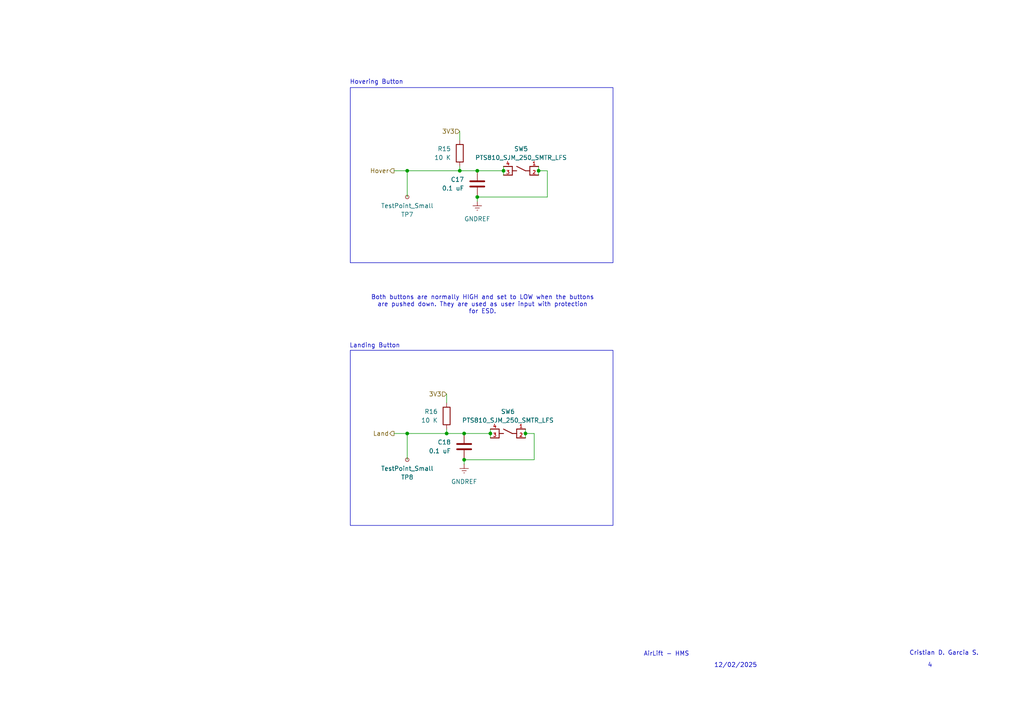
<source format=kicad_sch>
(kicad_sch
	(version 20250114)
	(generator "eeschema")
	(generator_version "9.0")
	(uuid "80d56138-cfac-4ed6-b9ec-0dd83b75c30a")
	(paper "A4")
	(lib_symbols
		(symbol "HMS_SSymbols_Library:C"
			(pin_numbers
				(hide yes)
			)
			(pin_names
				(offset 0.254)
			)
			(exclude_from_sim no)
			(in_bom yes)
			(on_board yes)
			(property "Reference" "C"
				(at 0.635 2.54 0)
				(effects
					(font
						(size 1.27 1.27)
					)
					(justify left)
				)
			)
			(property "Value" "C"
				(at 0.635 -2.54 0)
				(effects
					(font
						(size 1.27 1.27)
					)
					(justify left)
				)
			)
			(property "Footprint" ""
				(at 0.9652 -3.81 0)
				(effects
					(font
						(size 1.27 1.27)
					)
					(hide yes)
				)
			)
			(property "Datasheet" "~"
				(at 0 0 0)
				(effects
					(font
						(size 1.27 1.27)
					)
					(hide yes)
				)
			)
			(property "Description" "Unpolarized capacitor"
				(at 0 0 0)
				(effects
					(font
						(size 1.27 1.27)
					)
					(hide yes)
				)
			)
			(property "ki_keywords" "cap capacitor"
				(at 0 0 0)
				(effects
					(font
						(size 1.27 1.27)
					)
					(hide yes)
				)
			)
			(property "ki_fp_filters" "C_*"
				(at 0 0 0)
				(effects
					(font
						(size 1.27 1.27)
					)
					(hide yes)
				)
			)
			(symbol "C_0_1"
				(polyline
					(pts
						(xy -2.032 0.762) (xy 2.032 0.762)
					)
					(stroke
						(width 0.508)
						(type default)
					)
					(fill
						(type none)
					)
				)
				(polyline
					(pts
						(xy -2.032 -0.762) (xy 2.032 -0.762)
					)
					(stroke
						(width 0.508)
						(type default)
					)
					(fill
						(type none)
					)
				)
			)
			(symbol "C_1_1"
				(pin passive line
					(at 0 3.81 270)
					(length 2.794)
					(name "~"
						(effects
							(font
								(size 1.27 1.27)
							)
						)
					)
					(number "1"
						(effects
							(font
								(size 1.27 1.27)
							)
						)
					)
				)
				(pin passive line
					(at 0 -3.81 90)
					(length 2.794)
					(name "~"
						(effects
							(font
								(size 1.27 1.27)
							)
						)
					)
					(number "2"
						(effects
							(font
								(size 1.27 1.27)
							)
						)
					)
				)
			)
			(embedded_fonts no)
		)
		(symbol "HMS_SSymbols_Library:GNDREF"
			(power)
			(pin_numbers
				(hide yes)
			)
			(pin_names
				(offset 0)
				(hide yes)
			)
			(exclude_from_sim no)
			(in_bom yes)
			(on_board yes)
			(property "Reference" "#PWR"
				(at 0 -6.35 0)
				(effects
					(font
						(size 1.27 1.27)
					)
					(hide yes)
				)
			)
			(property "Value" "GNDREF"
				(at 0 -3.81 0)
				(effects
					(font
						(size 1.27 1.27)
					)
				)
			)
			(property "Footprint" ""
				(at 0 0 0)
				(effects
					(font
						(size 1.27 1.27)
					)
					(hide yes)
				)
			)
			(property "Datasheet" ""
				(at 0 0 0)
				(effects
					(font
						(size 1.27 1.27)
					)
					(hide yes)
				)
			)
			(property "Description" "Power symbol creates a global label with name \"GNDREF\" , reference supply ground"
				(at 0 0 0)
				(effects
					(font
						(size 1.27 1.27)
					)
					(hide yes)
				)
			)
			(property "ki_keywords" "global power"
				(at 0 0 0)
				(effects
					(font
						(size 1.27 1.27)
					)
					(hide yes)
				)
			)
			(symbol "GNDREF_0_1"
				(polyline
					(pts
						(xy -0.635 -1.905) (xy 0.635 -1.905)
					)
					(stroke
						(width 0)
						(type default)
					)
					(fill
						(type none)
					)
				)
				(polyline
					(pts
						(xy -0.127 -2.54) (xy 0.127 -2.54)
					)
					(stroke
						(width 0)
						(type default)
					)
					(fill
						(type none)
					)
				)
				(polyline
					(pts
						(xy 0 -1.27) (xy 0 0)
					)
					(stroke
						(width 0)
						(type default)
					)
					(fill
						(type none)
					)
				)
				(polyline
					(pts
						(xy 1.27 -1.27) (xy -1.27 -1.27)
					)
					(stroke
						(width 0)
						(type default)
					)
					(fill
						(type none)
					)
				)
			)
			(symbol "GNDREF_1_1"
				(pin power_in line
					(at 0 0 270)
					(length 0)
					(name "~"
						(effects
							(font
								(size 1.27 1.27)
							)
						)
					)
					(number "1"
						(effects
							(font
								(size 1.27 1.27)
							)
						)
					)
				)
			)
			(embedded_fonts no)
		)
		(symbol "HMS_SSymbols_Library:PTS810_SJM_250_SMTR_LFS"
			(pin_names
				(offset 1.016)
			)
			(exclude_from_sim no)
			(in_bom yes)
			(on_board yes)
			(property "Reference" "SW"
				(at -3.81 1.27 0)
				(effects
					(font
						(size 1.27 1.27)
					)
					(justify left bottom)
				)
			)
			(property "Value" "PTS810_SJM_250_SMTR_LFS"
				(at -5.08 -6.35 0)
				(effects
					(font
						(size 1.27 1.27)
					)
					(justify left bottom)
				)
			)
			(property "Footprint" "PTS810_SJM_250_SMTR_LFS:SW_PTS810_SJM_250_SMTR_LFS"
				(at 0 0 0)
				(effects
					(font
						(size 1.27 1.27)
					)
					(justify bottom)
					(hide yes)
				)
			)
			(property "Datasheet" ""
				(at 0 0 0)
				(effects
					(font
						(size 1.27 1.27)
					)
					(hide yes)
				)
			)
			(property "Description" ""
				(at 0 0 0)
				(effects
					(font
						(size 1.27 1.27)
					)
					(hide yes)
				)
			)
			(property "MANUFACTURER" "CnK"
				(at 0 0 0)
				(effects
					(font
						(size 1.27 1.27)
					)
					(justify bottom)
					(hide yes)
				)
			)
			(property "STANDARD" "Manufacturer Recommendations"
				(at 0 0 0)
				(effects
					(font
						(size 1.27 1.27)
					)
					(justify bottom)
					(hide yes)
				)
			)
			(symbol "PTS810_SJM_250_SMTR_LFS_0_0"
				(polyline
					(pts
						(xy -2.54 0) (xy -5.08 0)
					)
					(stroke
						(width 0.254)
						(type default)
					)
					(fill
						(type none)
					)
				)
				(polyline
					(pts
						(xy -2.54 0) (xy -2.54 -2.54)
					)
					(stroke
						(width 0.254)
						(type default)
					)
					(fill
						(type none)
					)
				)
				(polyline
					(pts
						(xy -2.54 -1.27) (xy -1.27 -1.27)
					)
					(stroke
						(width 0.254)
						(type default)
					)
					(fill
						(type none)
					)
				)
				(polyline
					(pts
						(xy -2.54 -2.54) (xy -5.08 -2.54)
					)
					(stroke
						(width 0.254)
						(type default)
					)
					(fill
						(type none)
					)
				)
				(polyline
					(pts
						(xy -1.27 -1.27) (xy 1.27 0)
					)
					(stroke
						(width 0.254)
						(type default)
					)
					(fill
						(type none)
					)
				)
				(polyline
					(pts
						(xy 1.27 -1.27) (xy 2.54 -1.27)
					)
					(stroke
						(width 0.254)
						(type default)
					)
					(fill
						(type none)
					)
				)
				(polyline
					(pts
						(xy 2.54 0) (xy 2.54 -2.54)
					)
					(stroke
						(width 0.254)
						(type default)
					)
					(fill
						(type none)
					)
				)
				(polyline
					(pts
						(xy 2.54 0) (xy 5.08 0)
					)
					(stroke
						(width 0.254)
						(type default)
					)
					(fill
						(type none)
					)
				)
				(polyline
					(pts
						(xy 2.54 -2.54) (xy 5.08 -2.54)
					)
					(stroke
						(width 0.254)
						(type default)
					)
					(fill
						(type none)
					)
				)
				(pin passive line
					(at -5.08 0 0)
					(length 2.54)
					(name "~"
						(effects
							(font
								(size 1.016 1.016)
							)
						)
					)
					(number "1"
						(effects
							(font
								(size 1.016 1.016)
							)
						)
					)
				)
				(pin passive line
					(at -5.08 -2.54 0)
					(length 2.54)
					(name "~"
						(effects
							(font
								(size 1.016 1.016)
							)
						)
					)
					(number "2"
						(effects
							(font
								(size 1.016 1.016)
							)
						)
					)
				)
				(pin passive line
					(at 5.08 0 180)
					(length 2.54)
					(name "~"
						(effects
							(font
								(size 1.016 1.016)
							)
						)
					)
					(number "4"
						(effects
							(font
								(size 1.016 1.016)
							)
						)
					)
				)
				(pin passive line
					(at 5.08 -2.54 180)
					(length 2.54)
					(name "~"
						(effects
							(font
								(size 1.016 1.016)
							)
						)
					)
					(number "3"
						(effects
							(font
								(size 1.016 1.016)
							)
						)
					)
				)
			)
			(embedded_fonts no)
		)
		(symbol "HMS_SSymbols_Library:R"
			(pin_numbers
				(hide yes)
			)
			(pin_names
				(offset 0)
			)
			(exclude_from_sim no)
			(in_bom yes)
			(on_board yes)
			(property "Reference" "R"
				(at 2.032 0 90)
				(effects
					(font
						(size 1.27 1.27)
					)
				)
			)
			(property "Value" "R"
				(at 0 0 90)
				(effects
					(font
						(size 1.27 1.27)
					)
				)
			)
			(property "Footprint" ""
				(at -1.778 0 90)
				(effects
					(font
						(size 1.27 1.27)
					)
					(hide yes)
				)
			)
			(property "Datasheet" "~"
				(at 0 0 0)
				(effects
					(font
						(size 1.27 1.27)
					)
					(hide yes)
				)
			)
			(property "Description" "Resistor"
				(at 0 0 0)
				(effects
					(font
						(size 1.27 1.27)
					)
					(hide yes)
				)
			)
			(property "ki_keywords" "R res resistor"
				(at 0 0 0)
				(effects
					(font
						(size 1.27 1.27)
					)
					(hide yes)
				)
			)
			(property "ki_fp_filters" "R_*"
				(at 0 0 0)
				(effects
					(font
						(size 1.27 1.27)
					)
					(hide yes)
				)
			)
			(symbol "R_0_1"
				(rectangle
					(start -1.016 -2.54)
					(end 1.016 2.54)
					(stroke
						(width 0.254)
						(type default)
					)
					(fill
						(type none)
					)
				)
			)
			(symbol "R_1_1"
				(pin passive line
					(at 0 3.81 270)
					(length 1.27)
					(name "~"
						(effects
							(font
								(size 1.27 1.27)
							)
						)
					)
					(number "1"
						(effects
							(font
								(size 1.27 1.27)
							)
						)
					)
				)
				(pin passive line
					(at 0 -3.81 90)
					(length 1.27)
					(name "~"
						(effects
							(font
								(size 1.27 1.27)
							)
						)
					)
					(number "2"
						(effects
							(font
								(size 1.27 1.27)
							)
						)
					)
				)
			)
			(embedded_fonts no)
		)
		(symbol "HMS_SSymbols_Library:TestPoint_Small"
			(pin_numbers
				(hide yes)
			)
			(pin_names
				(offset 0.762)
				(hide yes)
			)
			(exclude_from_sim no)
			(in_bom yes)
			(on_board yes)
			(property "Reference" "TP"
				(at 0 3.81 0)
				(effects
					(font
						(size 1.27 1.27)
					)
				)
			)
			(property "Value" "TestPoint_Small"
				(at 0 2.032 0)
				(effects
					(font
						(size 1.27 1.27)
					)
				)
			)
			(property "Footprint" ""
				(at 5.08 0 0)
				(effects
					(font
						(size 1.27 1.27)
					)
					(hide yes)
				)
			)
			(property "Datasheet" "~"
				(at 5.08 0 0)
				(effects
					(font
						(size 1.27 1.27)
					)
					(hide yes)
				)
			)
			(property "Description" "test point"
				(at 0 0 0)
				(effects
					(font
						(size 1.27 1.27)
					)
					(hide yes)
				)
			)
			(property "ki_keywords" "test point tp"
				(at 0 0 0)
				(effects
					(font
						(size 1.27 1.27)
					)
					(hide yes)
				)
			)
			(property "ki_fp_filters" "Pin* Test*"
				(at 0 0 0)
				(effects
					(font
						(size 1.27 1.27)
					)
					(hide yes)
				)
			)
			(symbol "TestPoint_Small_0_1"
				(circle
					(center 0 0)
					(radius 0.508)
					(stroke
						(width 0)
						(type default)
					)
					(fill
						(type none)
					)
				)
			)
			(symbol "TestPoint_Small_1_1"
				(pin passive line
					(at 0 0 90)
					(length 0)
					(name "1"
						(effects
							(font
								(size 1.27 1.27)
							)
						)
					)
					(number "1"
						(effects
							(font
								(size 1.27 1.27)
							)
						)
					)
				)
			)
			(embedded_fonts no)
		)
	)
	(rectangle
		(start 101.6 101.6)
		(end 177.8 152.4)
		(stroke
			(width 0)
			(type default)
		)
		(fill
			(type none)
		)
		(uuid 68cc71d0-df4d-4fa0-bb64-f2d3fdb8768b)
	)
	(rectangle
		(start 101.6 25.4)
		(end 177.8 76.2)
		(stroke
			(width 0)
			(type default)
		)
		(fill
			(type none)
		)
		(uuid e11c65a6-9c56-4729-8c94-29f5fb4746a6)
	)
	(text "4"
		(exclude_from_sim no)
		(at 269.748 193.04 0)
		(effects
			(font
				(size 1.27 1.27)
			)
		)
		(uuid "4a972fcc-0b0e-4bff-b611-4a642c673420")
	)
	(text "Both buttons are normally HIGH and set to LOW when the buttons\nare pushed down. They are used as user input with protection\nfor ESD."
		(exclude_from_sim no)
		(at 139.954 88.392 0)
		(effects
			(font
				(size 1.27 1.27)
			)
		)
		(uuid "5a3dcf0d-72cc-4d64-aedb-2be37b4368b7")
	)
	(text "Hovering Button"
		(exclude_from_sim no)
		(at 109.22 23.876 0)
		(effects
			(font
				(size 1.27 1.27)
			)
		)
		(uuid "5eb49d17-b906-44b5-bd7d-35108807177f")
	)
	(text "Cristian D. Garcia S."
		(exclude_from_sim no)
		(at 273.812 189.484 0)
		(effects
			(font
				(size 1.27 1.27)
			)
		)
		(uuid "68a4262e-e555-479e-94b6-da7cb966576e")
	)
	(text "AirLift - HMS"
		(exclude_from_sim no)
		(at 193.294 189.738 0)
		(effects
			(font
				(size 1.27 1.27)
			)
		)
		(uuid "6d751e1c-e373-44eb-89da-fc792ef2652d")
	)
	(text "12/02/2025"
		(exclude_from_sim no)
		(at 213.36 193.04 0)
		(effects
			(font
				(size 1.27 1.27)
			)
		)
		(uuid "991ea6a2-90ac-450a-aefc-621e46d49269")
	)
	(text "Landing Button"
		(exclude_from_sim no)
		(at 108.712 100.33 0)
		(effects
			(font
				(size 1.27 1.27)
			)
		)
		(uuid "ca33e833-94fd-4f92-9515-3aec218abc3b")
	)
	(junction
		(at 129.54 125.73)
		(diameter 0)
		(color 0 0 0 0)
		(uuid "2a543577-9e86-4781-a73e-5218454925ab")
	)
	(junction
		(at 152.4 125.73)
		(diameter 0)
		(color 0 0 0 0)
		(uuid "33596498-dd87-4032-ab77-3a9fcaeb991a")
	)
	(junction
		(at 133.35 49.53)
		(diameter 0)
		(color 0 0 0 0)
		(uuid "34ea1378-1c1a-48f6-8fcc-4930b860f481")
	)
	(junction
		(at 142.24 125.73)
		(diameter 0)
		(color 0 0 0 0)
		(uuid "458ccbc7-f228-49f0-95c3-a2dda99eb5cf")
	)
	(junction
		(at 134.62 125.73)
		(diameter 0)
		(color 0 0 0 0)
		(uuid "4ca2af53-d560-4ca6-9dcd-3648c494ca7f")
	)
	(junction
		(at 138.43 57.15)
		(diameter 0)
		(color 0 0 0 0)
		(uuid "626fb9c8-2c6f-45e6-854f-35290bac429d")
	)
	(junction
		(at 118.11 125.73)
		(diameter 0)
		(color 0 0 0 0)
		(uuid "6b90c744-f8d8-46f2-9c19-75a17189fe30")
	)
	(junction
		(at 156.21 49.53)
		(diameter 0)
		(color 0 0 0 0)
		(uuid "7772a03d-2652-4951-a847-91c4946e3b20")
	)
	(junction
		(at 138.43 49.53)
		(diameter 0)
		(color 0 0 0 0)
		(uuid "798c7c22-3b66-4905-8c06-570a2c96f56c")
	)
	(junction
		(at 146.05 49.53)
		(diameter 0)
		(color 0 0 0 0)
		(uuid "b0fed9db-860b-4858-ba7a-82a2b07d9879")
	)
	(junction
		(at 134.62 133.35)
		(diameter 0)
		(color 0 0 0 0)
		(uuid "c40ba1b3-8d99-4642-84d1-55716efb79dd")
	)
	(junction
		(at 118.11 49.53)
		(diameter 0)
		(color 0 0 0 0)
		(uuid "eb137190-680e-4243-a67d-43a577151953")
	)
	(wire
		(pts
			(xy 146.05 49.53) (xy 146.05 50.8)
		)
		(stroke
			(width 0)
			(type default)
		)
		(uuid "13887e6a-7e28-4c69-8a1b-686731a1bfc3")
	)
	(wire
		(pts
			(xy 138.43 49.53) (xy 133.35 49.53)
		)
		(stroke
			(width 0)
			(type default)
		)
		(uuid "1d809d8b-1d50-4e1b-8bfb-9d5c1d9b1430")
	)
	(wire
		(pts
			(xy 133.35 38.1) (xy 133.35 40.64)
		)
		(stroke
			(width 0)
			(type default)
		)
		(uuid "28f4d81b-b9f1-4d28-ab69-d16f948cbf96")
	)
	(wire
		(pts
			(xy 158.75 49.53) (xy 158.75 57.15)
		)
		(stroke
			(width 0)
			(type default)
		)
		(uuid "2c98681f-6c51-4b37-9ee1-1ce61b821ce0")
	)
	(wire
		(pts
			(xy 133.35 48.26) (xy 133.35 49.53)
		)
		(stroke
			(width 0)
			(type default)
		)
		(uuid "316e4df1-b82b-44d7-847c-afb07867c94a")
	)
	(wire
		(pts
			(xy 146.05 49.53) (xy 138.43 49.53)
		)
		(stroke
			(width 0)
			(type default)
		)
		(uuid "47f29d83-fe9a-47f3-8b11-d923e592b7bb")
	)
	(wire
		(pts
			(xy 152.4 124.46) (xy 152.4 125.73)
		)
		(stroke
			(width 0)
			(type default)
		)
		(uuid "4896faea-6862-4247-84a8-4025c465a8a8")
	)
	(wire
		(pts
			(xy 118.11 49.53) (xy 118.11 57.15)
		)
		(stroke
			(width 0)
			(type default)
		)
		(uuid "4f088566-37bd-4fbd-841b-56c845122198")
	)
	(wire
		(pts
			(xy 118.11 125.73) (xy 114.3 125.73)
		)
		(stroke
			(width 0)
			(type default)
		)
		(uuid "58ad8533-6bd9-4a58-817b-fdf3724c20b4")
	)
	(wire
		(pts
			(xy 129.54 124.46) (xy 129.54 125.73)
		)
		(stroke
			(width 0)
			(type default)
		)
		(uuid "5a5177e6-790c-4718-b9a0-aea5c4d4e991")
	)
	(wire
		(pts
			(xy 152.4 125.73) (xy 152.4 127)
		)
		(stroke
			(width 0)
			(type default)
		)
		(uuid "5ae1a4b2-ac5b-496f-a204-dbc9d5d8f75d")
	)
	(wire
		(pts
			(xy 138.43 57.15) (xy 138.43 58.42)
		)
		(stroke
			(width 0)
			(type default)
		)
		(uuid "5b707a2e-7e2d-4b43-82d5-97ac1beb4bcd")
	)
	(wire
		(pts
			(xy 118.11 125.73) (xy 118.11 133.35)
		)
		(stroke
			(width 0)
			(type default)
		)
		(uuid "6693e39f-529d-470c-be54-97ed063a6fb0")
	)
	(wire
		(pts
			(xy 134.62 133.35) (xy 134.62 134.62)
		)
		(stroke
			(width 0)
			(type default)
		)
		(uuid "7c7a0211-3267-4533-9657-1e5f6e9cb711")
	)
	(wire
		(pts
			(xy 146.05 48.26) (xy 146.05 49.53)
		)
		(stroke
			(width 0)
			(type default)
		)
		(uuid "96312244-14e5-429f-8cda-4db9837b9edb")
	)
	(wire
		(pts
			(xy 129.54 114.3) (xy 129.54 116.84)
		)
		(stroke
			(width 0)
			(type default)
		)
		(uuid "96464989-5685-4bb8-8184-f415e893289d")
	)
	(wire
		(pts
			(xy 158.75 49.53) (xy 156.21 49.53)
		)
		(stroke
			(width 0)
			(type default)
		)
		(uuid "9f7a1fd7-962c-4cdb-b545-b795b3fab801")
	)
	(wire
		(pts
			(xy 142.24 125.73) (xy 142.24 127)
		)
		(stroke
			(width 0)
			(type default)
		)
		(uuid "9ffe7a08-e451-4808-a060-62c58428ee96")
	)
	(wire
		(pts
			(xy 154.94 125.73) (xy 152.4 125.73)
		)
		(stroke
			(width 0)
			(type default)
		)
		(uuid "a923f259-8481-4898-91c9-9dc89f658c28")
	)
	(wire
		(pts
			(xy 154.94 125.73) (xy 154.94 133.35)
		)
		(stroke
			(width 0)
			(type default)
		)
		(uuid "b107e8c3-9840-474d-b983-4ec799476fc6")
	)
	(wire
		(pts
			(xy 142.24 124.46) (xy 142.24 125.73)
		)
		(stroke
			(width 0)
			(type default)
		)
		(uuid "b5e3e9da-d54c-4c65-808a-cfca530e1a78")
	)
	(wire
		(pts
			(xy 134.62 125.73) (xy 129.54 125.73)
		)
		(stroke
			(width 0)
			(type default)
		)
		(uuid "bc4deb46-7e21-4886-a52e-e0c25c8f7c40")
	)
	(wire
		(pts
			(xy 133.35 49.53) (xy 118.11 49.53)
		)
		(stroke
			(width 0)
			(type default)
		)
		(uuid "bfe289e5-d595-4a50-b868-f469a5939c60")
	)
	(wire
		(pts
			(xy 156.21 48.26) (xy 156.21 49.53)
		)
		(stroke
			(width 0)
			(type default)
		)
		(uuid "c51c65a7-cd84-4204-9919-55e3053ff56d")
	)
	(wire
		(pts
			(xy 158.75 57.15) (xy 138.43 57.15)
		)
		(stroke
			(width 0)
			(type default)
		)
		(uuid "c97f717f-d4a8-4487-9199-6acad1c19b3d")
	)
	(wire
		(pts
			(xy 156.21 49.53) (xy 156.21 50.8)
		)
		(stroke
			(width 0)
			(type default)
		)
		(uuid "d57d6ffc-7fff-427c-83c9-e4b2af42c9cc")
	)
	(wire
		(pts
			(xy 118.11 49.53) (xy 114.3 49.53)
		)
		(stroke
			(width 0)
			(type default)
		)
		(uuid "d82a931e-15bd-414f-abf9-e378df3e9afd")
	)
	(wire
		(pts
			(xy 129.54 125.73) (xy 118.11 125.73)
		)
		(stroke
			(width 0)
			(type default)
		)
		(uuid "e5e8a88b-c718-4dfb-97c8-3073a9101f6a")
	)
	(wire
		(pts
			(xy 142.24 125.73) (xy 134.62 125.73)
		)
		(stroke
			(width 0)
			(type default)
		)
		(uuid "eb7ba7f1-ac49-4b61-9884-f5c2577c6941")
	)
	(wire
		(pts
			(xy 154.94 133.35) (xy 134.62 133.35)
		)
		(stroke
			(width 0)
			(type default)
		)
		(uuid "fd0e847a-5fa7-42bb-97e2-05ba0d37fccf")
	)
	(hierarchical_label "3V3"
		(shape input)
		(at 129.54 114.3 180)
		(effects
			(font
				(size 1.27 1.27)
			)
			(justify right)
		)
		(uuid "02b27d30-7e97-4a3c-9a5a-e9a302de6fb2")
	)
	(hierarchical_label "3V3"
		(shape input)
		(at 133.35 38.1 180)
		(effects
			(font
				(size 1.27 1.27)
			)
			(justify right)
		)
		(uuid "78b0dd7c-add0-4b71-a690-56b278f7ff63")
	)
	(hierarchical_label "Hover"
		(shape output)
		(at 114.3 49.53 180)
		(effects
			(font
				(size 1.27 1.27)
			)
			(justify right)
		)
		(uuid "82c60782-1610-444f-9f36-26f331b29614")
	)
	(hierarchical_label "Land"
		(shape output)
		(at 114.3 125.73 180)
		(effects
			(font
				(size 1.27 1.27)
			)
			(justify right)
		)
		(uuid "cdbfcb8e-7638-4441-b38d-adaa7be807a3")
	)
	(symbol
		(lib_id "HMS_SSymbols_Library:TestPoint_Small")
		(at 118.11 133.35 270)
		(unit 1)
		(exclude_from_sim no)
		(in_bom yes)
		(on_board yes)
		(dnp no)
		(uuid "0f9feb53-28fe-4ab5-baf0-ac1fdc93ed2d")
		(property "Reference" "TP8"
			(at 118.11 138.43 90)
			(effects
				(font
					(size 1.27 1.27)
				)
			)
		)
		(property "Value" "TestPoint_Small"
			(at 118.11 135.89 90)
			(effects
				(font
					(size 1.27 1.27)
				)
			)
		)
		(property "Footprint" "LibraryHMS_FSymbols_Library:TestPoint_Pad_D1.0mm"
			(at 118.11 138.43 0)
			(effects
				(font
					(size 1.27 1.27)
				)
				(hide yes)
			)
		)
		(property "Datasheet" "~"
			(at 118.11 138.43 0)
			(effects
				(font
					(size 1.27 1.27)
				)
				(hide yes)
			)
		)
		(property "Description" "test point"
			(at 118.11 133.35 0)
			(effects
				(font
					(size 1.27 1.27)
				)
				(hide yes)
			)
		)
		(pin "1"
			(uuid "0109bb63-568d-4fb6-9fdb-8f84fe5615f2")
		)
		(instances
			(project "HMS"
				(path "/f58d4a15-dad3-4b2d-a625-0883ffa8695e/f5f5fd36-fa51-4a5c-b77b-ae5755a93441"
					(reference "TP8")
					(unit 1)
				)
			)
		)
	)
	(symbol
		(lib_id "HMS_SSymbols_Library:TestPoint_Small")
		(at 118.11 57.15 270)
		(unit 1)
		(exclude_from_sim no)
		(in_bom yes)
		(on_board yes)
		(dnp no)
		(uuid "6489def4-c68c-4988-8cb4-6d73d1d50c04")
		(property "Reference" "TP7"
			(at 118.11 62.23 90)
			(effects
				(font
					(size 1.27 1.27)
				)
			)
		)
		(property "Value" "TestPoint_Small"
			(at 118.11 59.69 90)
			(effects
				(font
					(size 1.27 1.27)
				)
			)
		)
		(property "Footprint" "LibraryHMS_FSymbols_Library:TestPoint_Pad_D1.0mm"
			(at 118.11 62.23 0)
			(effects
				(font
					(size 1.27 1.27)
				)
				(hide yes)
			)
		)
		(property "Datasheet" "~"
			(at 118.11 62.23 0)
			(effects
				(font
					(size 1.27 1.27)
				)
				(hide yes)
			)
		)
		(property "Description" "test point"
			(at 118.11 57.15 0)
			(effects
				(font
					(size 1.27 1.27)
				)
				(hide yes)
			)
		)
		(pin "1"
			(uuid "b6664610-3c72-43dc-9dab-5d9ed3cd01b5")
		)
		(instances
			(project "HMS"
				(path "/f58d4a15-dad3-4b2d-a625-0883ffa8695e/f5f5fd36-fa51-4a5c-b77b-ae5755a93441"
					(reference "TP7")
					(unit 1)
				)
			)
		)
	)
	(symbol
		(lib_id "HMS_SSymbols_Library:PTS810_SJM_250_SMTR_LFS")
		(at 151.13 48.26 0)
		(mirror y)
		(unit 1)
		(exclude_from_sim no)
		(in_bom yes)
		(on_board yes)
		(dnp no)
		(fields_autoplaced yes)
		(uuid "6f917cc6-4c33-42b4-9da2-9d48ad8b8f67")
		(property "Reference" "SW5"
			(at 151.13 43.18 0)
			(effects
				(font
					(size 1.27 1.27)
				)
			)
		)
		(property "Value" "PTS810_SJM_250_SMTR_LFS"
			(at 151.13 45.72 0)
			(effects
				(font
					(size 1.27 1.27)
				)
			)
		)
		(property "Footprint" "LibraryHMS_FSymbols_Library:SW_PTS810_SJM_250_SMTR_LFS"
			(at 151.13 48.26 0)
			(effects
				(font
					(size 1.27 1.27)
				)
				(justify bottom)
				(hide yes)
			)
		)
		(property "Datasheet" ""
			(at 151.13 48.26 0)
			(effects
				(font
					(size 1.27 1.27)
				)
				(hide yes)
			)
		)
		(property "Description" ""
			(at 151.13 48.26 0)
			(effects
				(font
					(size 1.27 1.27)
				)
				(hide yes)
			)
		)
		(property "MANUFACTURER" "CnK"
			(at 151.13 48.26 0)
			(effects
				(font
					(size 1.27 1.27)
				)
				(justify bottom)
				(hide yes)
			)
		)
		(property "STANDARD" "Manufacturer Recommendations"
			(at 151.13 48.26 0)
			(effects
				(font
					(size 1.27 1.27)
				)
				(justify bottom)
				(hide yes)
			)
		)
		(property "MFR" "C&K"
			(at 151.13 48.26 0)
			(effects
				(font
					(size 1.27 1.27)
				)
				(hide yes)
			)
		)
		(property "MPN" "PTS810SJS250SMTR LFS"
			(at 151.13 48.26 0)
			(effects
				(font
					(size 1.27 1.27)
				)
				(hide yes)
			)
		)
		(pin "1"
			(uuid "35249e66-fea1-45f0-9831-fcecc7c0ce08")
		)
		(pin "2"
			(uuid "44d9c9b8-e82a-4427-9233-2df4979e3f96")
		)
		(pin "3"
			(uuid "9fa8a645-9128-4682-aecd-c27bec615714")
		)
		(pin "4"
			(uuid "d207955f-83b1-456c-8cb5-f6b765fe088e")
		)
		(instances
			(project "HMS"
				(path "/f58d4a15-dad3-4b2d-a625-0883ffa8695e/f5f5fd36-fa51-4a5c-b77b-ae5755a93441"
					(reference "SW5")
					(unit 1)
				)
			)
		)
	)
	(symbol
		(lib_id "HMS_SSymbols_Library:PTS810_SJM_250_SMTR_LFS")
		(at 147.32 124.46 0)
		(mirror y)
		(unit 1)
		(exclude_from_sim no)
		(in_bom yes)
		(on_board yes)
		(dnp no)
		(fields_autoplaced yes)
		(uuid "7e03a977-1160-4ef1-8477-d95daa8c0faf")
		(property "Reference" "SW6"
			(at 147.32 119.38 0)
			(effects
				(font
					(size 1.27 1.27)
				)
			)
		)
		(property "Value" "PTS810_SJM_250_SMTR_LFS"
			(at 147.32 121.92 0)
			(effects
				(font
					(size 1.27 1.27)
				)
			)
		)
		(property "Footprint" "LibraryHMS_FSymbols_Library:SW_PTS810_SJM_250_SMTR_LFS"
			(at 147.32 124.46 0)
			(effects
				(font
					(size 1.27 1.27)
				)
				(justify bottom)
				(hide yes)
			)
		)
		(property "Datasheet" ""
			(at 147.32 124.46 0)
			(effects
				(font
					(size 1.27 1.27)
				)
				(hide yes)
			)
		)
		(property "Description" ""
			(at 147.32 124.46 0)
			(effects
				(font
					(size 1.27 1.27)
				)
				(hide yes)
			)
		)
		(property "MANUFACTURER" "CnK"
			(at 147.32 124.46 0)
			(effects
				(font
					(size 1.27 1.27)
				)
				(justify bottom)
				(hide yes)
			)
		)
		(property "STANDARD" "Manufacturer Recommendations"
			(at 147.32 124.46 0)
			(effects
				(font
					(size 1.27 1.27)
				)
				(justify bottom)
				(hide yes)
			)
		)
		(property "MFR" "C&K"
			(at 147.32 124.46 0)
			(effects
				(font
					(size 1.27 1.27)
				)
				(hide yes)
			)
		)
		(property "MPN" "PTS810SJS250SMTR LFS"
			(at 147.32 124.46 0)
			(effects
				(font
					(size 1.27 1.27)
				)
				(hide yes)
			)
		)
		(pin "1"
			(uuid "acc474a8-ddc7-4f41-b550-621c59d3a5b3")
		)
		(pin "2"
			(uuid "a91581e0-196d-44f2-89e7-7952bf062743")
		)
		(pin "3"
			(uuid "4442ca01-19bf-4eba-a2ab-99258b83628d")
		)
		(pin "4"
			(uuid "7376df72-f62f-4c09-a04f-8bad8b0e9798")
		)
		(instances
			(project "HMS"
				(path "/f58d4a15-dad3-4b2d-a625-0883ffa8695e/f5f5fd36-fa51-4a5c-b77b-ae5755a93441"
					(reference "SW6")
					(unit 1)
				)
			)
		)
	)
	(symbol
		(lib_id "HMS_SSymbols_Library:R")
		(at 133.35 44.45 0)
		(mirror y)
		(unit 1)
		(exclude_from_sim no)
		(in_bom yes)
		(on_board yes)
		(dnp no)
		(uuid "96daa77e-85e1-442e-aba6-e92d0ef5acd8")
		(property "Reference" "R15"
			(at 130.81 43.1799 0)
			(effects
				(font
					(size 1.27 1.27)
				)
				(justify left)
			)
		)
		(property "Value" "10 K"
			(at 130.81 45.7199 0)
			(effects
				(font
					(size 1.27 1.27)
				)
				(justify left)
			)
		)
		(property "Footprint" "LibraryHMS_FSymbols_Library:R_0805_2012Metric_Pad1.20x1.40mm_HandSolder"
			(at 135.128 44.45 90)
			(effects
				(font
					(size 1.27 1.27)
				)
				(hide yes)
			)
		)
		(property "Datasheet" "~"
			(at 133.35 44.45 0)
			(effects
				(font
					(size 1.27 1.27)
				)
				(hide yes)
			)
		)
		(property "Description" "Resistor"
			(at 133.35 44.45 0)
			(effects
				(font
					(size 1.27 1.27)
				)
				(hide yes)
			)
		)
		(property "MFR" "Susumu"
			(at 133.35 44.45 0)
			(effects
				(font
					(size 1.27 1.27)
				)
				(hide yes)
			)
		)
		(property "MPN" "RR1220P-103-D"
			(at 133.35 44.45 0)
			(effects
				(font
					(size 1.27 1.27)
				)
				(hide yes)
			)
		)
		(pin "1"
			(uuid "9a0af6d1-1eaf-49ae-bac4-2265bffd794f")
		)
		(pin "2"
			(uuid "c9e1cdfb-b607-4fc9-a80b-6b79e0289aa9")
		)
		(instances
			(project "HMS"
				(path "/f58d4a15-dad3-4b2d-a625-0883ffa8695e/f5f5fd36-fa51-4a5c-b77b-ae5755a93441"
					(reference "R15")
					(unit 1)
				)
			)
		)
	)
	(symbol
		(lib_id "HMS_SSymbols_Library:GNDREF")
		(at 134.62 134.62 0)
		(mirror y)
		(unit 1)
		(exclude_from_sim no)
		(in_bom yes)
		(on_board yes)
		(dnp no)
		(fields_autoplaced yes)
		(uuid "9f742a1a-464a-479c-bddf-9c88fda02954")
		(property "Reference" "#PWR08"
			(at 134.62 140.97 0)
			(effects
				(font
					(size 1.27 1.27)
				)
				(hide yes)
			)
		)
		(property "Value" "GNDREF"
			(at 134.62 139.7 0)
			(effects
				(font
					(size 1.27 1.27)
				)
			)
		)
		(property "Footprint" ""
			(at 134.62 134.62 0)
			(effects
				(font
					(size 1.27 1.27)
				)
				(hide yes)
			)
		)
		(property "Datasheet" ""
			(at 134.62 134.62 0)
			(effects
				(font
					(size 1.27 1.27)
				)
				(hide yes)
			)
		)
		(property "Description" "Power symbol creates a global label with name \"GNDREF\" , reference supply ground"
			(at 134.62 134.62 0)
			(effects
				(font
					(size 1.27 1.27)
				)
				(hide yes)
			)
		)
		(pin "1"
			(uuid "29f2a66c-ca30-4b3b-b8b0-9410fa3fbd9a")
		)
		(instances
			(project "HMS"
				(path "/f58d4a15-dad3-4b2d-a625-0883ffa8695e/f5f5fd36-fa51-4a5c-b77b-ae5755a93441"
					(reference "#PWR08")
					(unit 1)
				)
			)
		)
	)
	(symbol
		(lib_id "HMS_SSymbols_Library:GNDREF")
		(at 138.43 58.42 0)
		(mirror y)
		(unit 1)
		(exclude_from_sim no)
		(in_bom yes)
		(on_board yes)
		(dnp no)
		(fields_autoplaced yes)
		(uuid "a5e7f80b-ece9-4a96-9498-31352a7d16ea")
		(property "Reference" "#PWR07"
			(at 138.43 64.77 0)
			(effects
				(font
					(size 1.27 1.27)
				)
				(hide yes)
			)
		)
		(property "Value" "GNDREF"
			(at 138.43 63.5 0)
			(effects
				(font
					(size 1.27 1.27)
				)
			)
		)
		(property "Footprint" ""
			(at 138.43 58.42 0)
			(effects
				(font
					(size 1.27 1.27)
				)
				(hide yes)
			)
		)
		(property "Datasheet" ""
			(at 138.43 58.42 0)
			(effects
				(font
					(size 1.27 1.27)
				)
				(hide yes)
			)
		)
		(property "Description" "Power symbol creates a global label with name \"GNDREF\" , reference supply ground"
			(at 138.43 58.42 0)
			(effects
				(font
					(size 1.27 1.27)
				)
				(hide yes)
			)
		)
		(pin "1"
			(uuid "52199fa4-2c6c-4b10-bd24-2f08003f308a")
		)
		(instances
			(project "HMS"
				(path "/f58d4a15-dad3-4b2d-a625-0883ffa8695e/f5f5fd36-fa51-4a5c-b77b-ae5755a93441"
					(reference "#PWR07")
					(unit 1)
				)
			)
		)
	)
	(symbol
		(lib_id "HMS_SSymbols_Library:R")
		(at 129.54 120.65 0)
		(mirror y)
		(unit 1)
		(exclude_from_sim no)
		(in_bom yes)
		(on_board yes)
		(dnp no)
		(uuid "abdc6a06-e091-4e9d-8c83-7f8713b65a42")
		(property "Reference" "R16"
			(at 127 119.3799 0)
			(effects
				(font
					(size 1.27 1.27)
				)
				(justify left)
			)
		)
		(property "Value" "10 K"
			(at 127 121.9199 0)
			(effects
				(font
					(size 1.27 1.27)
				)
				(justify left)
			)
		)
		(property "Footprint" "LibraryHMS_FSymbols_Library:R_0805_2012Metric_Pad1.20x1.40mm_HandSolder"
			(at 131.318 120.65 90)
			(effects
				(font
					(size 1.27 1.27)
				)
				(hide yes)
			)
		)
		(property "Datasheet" "~"
			(at 129.54 120.65 0)
			(effects
				(font
					(size 1.27 1.27)
				)
				(hide yes)
			)
		)
		(property "Description" "Resistor"
			(at 129.54 120.65 0)
			(effects
				(font
					(size 1.27 1.27)
				)
				(hide yes)
			)
		)
		(property "MFR" "Susumu"
			(at 129.54 120.65 0)
			(effects
				(font
					(size 1.27 1.27)
				)
				(hide yes)
			)
		)
		(property "MPN" "RR1220P-103-D"
			(at 129.54 120.65 0)
			(effects
				(font
					(size 1.27 1.27)
				)
				(hide yes)
			)
		)
		(pin "1"
			(uuid "a6a7890e-e622-479b-893a-579727bfd5bf")
		)
		(pin "2"
			(uuid "8caa377f-523e-4e79-ba83-db7ca229cf94")
		)
		(instances
			(project "HMS"
				(path "/f58d4a15-dad3-4b2d-a625-0883ffa8695e/f5f5fd36-fa51-4a5c-b77b-ae5755a93441"
					(reference "R16")
					(unit 1)
				)
			)
		)
	)
	(symbol
		(lib_id "HMS_SSymbols_Library:C")
		(at 134.62 129.54 0)
		(mirror y)
		(unit 1)
		(exclude_from_sim no)
		(in_bom yes)
		(on_board yes)
		(dnp no)
		(fields_autoplaced yes)
		(uuid "b2395b47-1682-428b-95e0-b9e406700f7e")
		(property "Reference" "C18"
			(at 130.81 128.2699 0)
			(effects
				(font
					(size 1.27 1.27)
				)
				(justify left)
			)
		)
		(property "Value" "0.1 uF"
			(at 130.81 130.8099 0)
			(effects
				(font
					(size 1.27 1.27)
				)
				(justify left)
			)
		)
		(property "Footprint" "LibraryHMS_FSymbols_Library:C_0805_2012Metric_Pad1.18x1.45mm_HandSolder"
			(at 133.6548 133.35 0)
			(effects
				(font
					(size 1.27 1.27)
				)
				(hide yes)
			)
		)
		(property "Datasheet" "~"
			(at 134.62 129.54 0)
			(effects
				(font
					(size 1.27 1.27)
				)
				(hide yes)
			)
		)
		(property "Description" "Unpolarized capacitor"
			(at 134.62 129.54 0)
			(effects
				(font
					(size 1.27 1.27)
				)
				(hide yes)
			)
		)
		(property "MFR" "KEMET"
			(at 134.62 129.54 0)
			(effects
				(font
					(size 1.27 1.27)
				)
				(hide yes)
			)
		)
		(property "MPN" "C0805C104K4RACTU"
			(at 134.62 129.54 0)
			(effects
				(font
					(size 1.27 1.27)
				)
				(hide yes)
			)
		)
		(pin "2"
			(uuid "d4057ee7-f99e-4676-a695-031011d34b64")
		)
		(pin "1"
			(uuid "ba49a62c-77cf-4b55-8de9-ed3bfa4a2ed4")
		)
		(instances
			(project "HMS"
				(path "/f58d4a15-dad3-4b2d-a625-0883ffa8695e/f5f5fd36-fa51-4a5c-b77b-ae5755a93441"
					(reference "C18")
					(unit 1)
				)
			)
		)
	)
	(symbol
		(lib_id "HMS_SSymbols_Library:C")
		(at 138.43 53.34 0)
		(mirror y)
		(unit 1)
		(exclude_from_sim no)
		(in_bom yes)
		(on_board yes)
		(dnp no)
		(fields_autoplaced yes)
		(uuid "b75eb5c3-60d6-40d1-9898-ddb98ad2d3da")
		(property "Reference" "C17"
			(at 134.62 52.0699 0)
			(effects
				(font
					(size 1.27 1.27)
				)
				(justify left)
			)
		)
		(property "Value" "0.1 uF"
			(at 134.62 54.6099 0)
			(effects
				(font
					(size 1.27 1.27)
				)
				(justify left)
			)
		)
		(property "Footprint" "LibraryHMS_FSymbols_Library:C_0805_2012Metric_Pad1.18x1.45mm_HandSolder"
			(at 137.4648 57.15 0)
			(effects
				(font
					(size 1.27 1.27)
				)
				(hide yes)
			)
		)
		(property "Datasheet" "~"
			(at 138.43 53.34 0)
			(effects
				(font
					(size 1.27 1.27)
				)
				(hide yes)
			)
		)
		(property "Description" "Unpolarized capacitor"
			(at 138.43 53.34 0)
			(effects
				(font
					(size 1.27 1.27)
				)
				(hide yes)
			)
		)
		(property "MFR" "KEMET"
			(at 138.43 53.34 0)
			(effects
				(font
					(size 1.27 1.27)
				)
				(hide yes)
			)
		)
		(property "MPN" "C0805C104K4RACTU"
			(at 138.43 53.34 0)
			(effects
				(font
					(size 1.27 1.27)
				)
				(hide yes)
			)
		)
		(pin "2"
			(uuid "f31d581b-2ae5-47e4-86c9-b36f73ae4692")
		)
		(pin "1"
			(uuid "bd0d19cf-683d-4968-818d-4d1034d75b80")
		)
		(instances
			(project "HMS"
				(path "/f58d4a15-dad3-4b2d-a625-0883ffa8695e/f5f5fd36-fa51-4a5c-b77b-ae5755a93441"
					(reference "C17")
					(unit 1)
				)
			)
		)
	)
)

</source>
